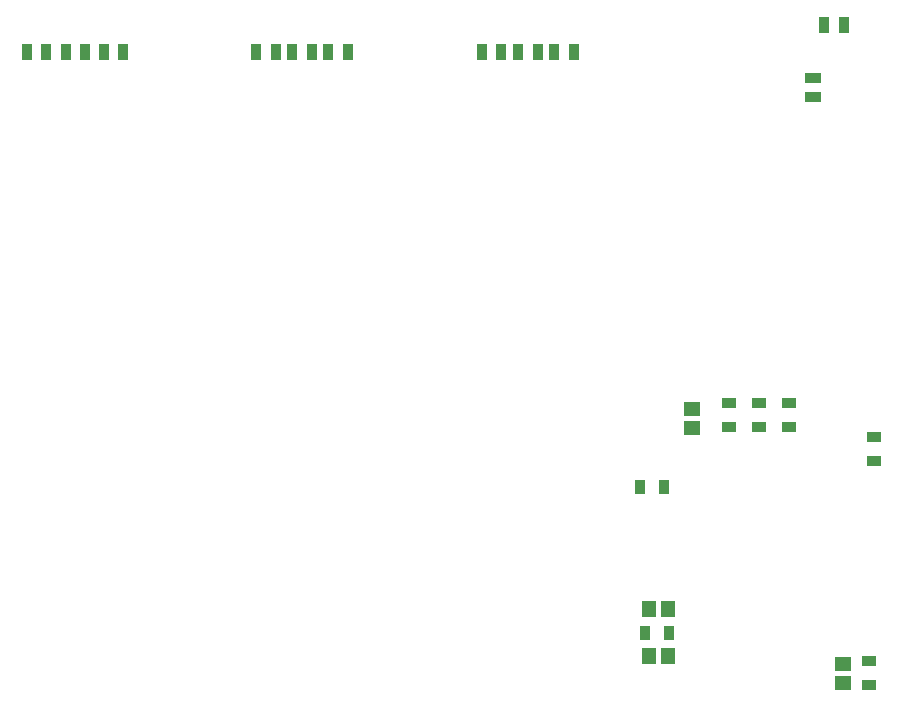
<source format=gbp>
%FSLAX23Y23*%
%MOIN*%
%SFA1B1*%

%IPPOS*%
%ADD20R,0.057330X0.051360*%
%ADD30R,0.051360X0.057330*%
%ADD31R,0.053150X0.033470*%
%ADD35R,0.033470X0.053150*%
%ADD105R,0.047490X0.037650*%
%ADD106R,0.037650X0.047490*%
%LNpcb-1*%
%LPD*%
G54D20*
X4275Y2448D03*
Y2385D03*
X4780Y1600D03*
Y1536D03*
G54D30*
X4133Y1626D03*
X4196D03*
X4134Y1783D03*
X4197D03*
G54D31*
X4680Y3552D03*
Y3487D03*
G54D35*
X3575Y3640D03*
X3640D03*
X2888D03*
X2823D03*
X3817D03*
X3882D03*
X2188D03*
X2253D03*
X4782Y3730D03*
X4717D03*
X2058Y3640D03*
X2123D03*
X2316D03*
X2381D03*
X3008D03*
X2943D03*
X3697D03*
X3762D03*
X3128D03*
X3063D03*
G54D105*
X4884Y2356D03*
Y2275D03*
X4400Y2470D03*
Y2389D03*
X4600Y2470D03*
Y2389D03*
X4500Y2470D03*
Y2389D03*
X4866Y1527D03*
Y1608D03*
G54D106*
X4119Y1702D03*
X4200D03*
X4102Y2189D03*
X4183D03*
M02*
</source>
